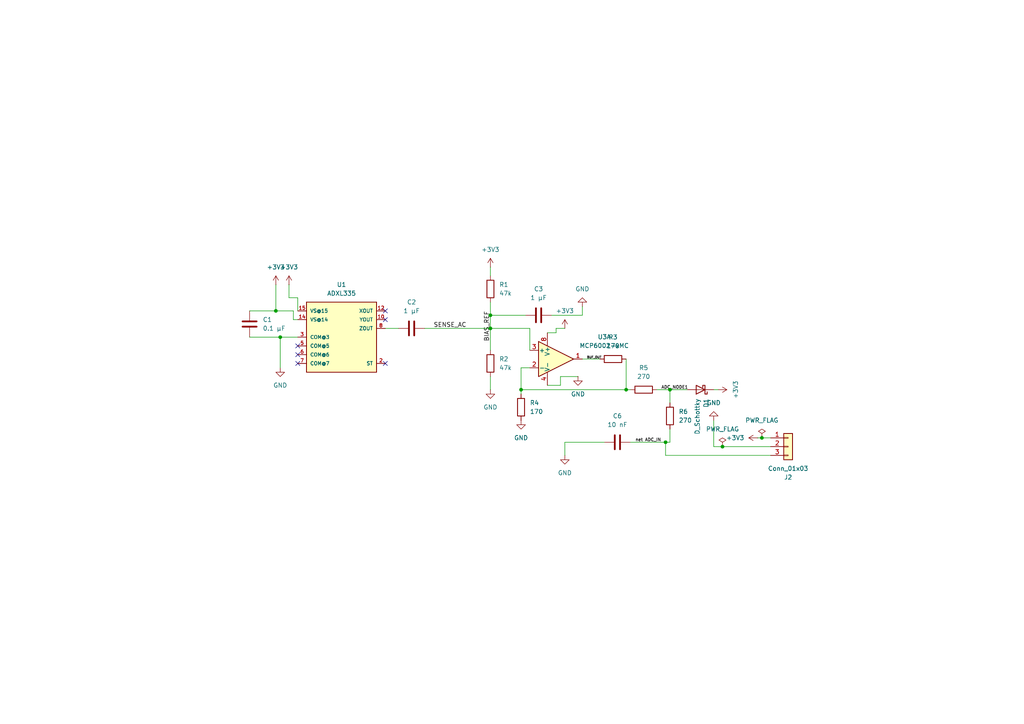
<source format=kicad_sch>
(kicad_sch
	(version 20250114)
	(generator "eeschema")
	(generator_version "9.0")
	(uuid "3e36efdc-839a-4841-84ae-164ecf8816d3")
	(paper "A4")
	(lib_symbols
		(symbol "ADXL335:ADXL335"
			(pin_names
				(offset 1.016)
			)
			(exclude_from_sim no)
			(in_bom yes)
			(on_board yes)
			(property "Reference" "U"
				(at -10.16 10.414 0)
				(effects
					(font
						(size 1.27 1.27)
					)
					(justify left bottom)
				)
			)
			(property "Value" "ADXL335"
				(at -10.16 -10.414 0)
				(effects
					(font
						(size 1.27 1.27)
					)
					(justify left top)
				)
			)
			(property "Footprint" "ADXL335:LFCSP-16-4X4"
				(at 0 0 0)
				(effects
					(font
						(size 1.27 1.27)
					)
					(justify bottom)
					(hide yes)
				)
			)
			(property "Datasheet" ""
				(at 0 0 0)
				(effects
					(font
						(size 1.27 1.27)
					)
					(hide yes)
				)
			)
			(property "Description" ""
				(at 0 0 0)
				(effects
					(font
						(size 1.27 1.27)
					)
					(hide yes)
				)
			)
			(property "MF" "Analog Devices"
				(at 0 0 0)
				(effects
					(font
						(size 1.27 1.27)
					)
					(justify bottom)
					(hide yes)
				)
			)
			(property "Description_1" "Accelerometers nalog Output Three-Axis Accel"
				(at 0 0 0)
				(effects
					(font
						(size 1.27 1.27)
					)
					(justify bottom)
					(hide yes)
				)
			)
			(property "Package" "None"
				(at 0 0 0)
				(effects
					(font
						(size 1.27 1.27)
					)
					(justify bottom)
					(hide yes)
				)
			)
			(property "Price" "None"
				(at 0 0 0)
				(effects
					(font
						(size 1.27 1.27)
					)
					(justify bottom)
					(hide yes)
				)
			)
			(property "SF_ID" "COM-09265"
				(at 0 0 0)
				(effects
					(font
						(size 1.27 1.27)
					)
					(justify bottom)
					(hide yes)
				)
			)
			(property "PROD_ID" "IC-08942"
				(at 0 0 0)
				(effects
					(font
						(size 1.27 1.27)
					)
					(justify bottom)
					(hide yes)
				)
			)
			(property "SnapEDA_Link" "https://www.snapeda.com/parts/ADXL335/Analog+Devices/view-part/?ref=snap"
				(at 0 0 0)
				(effects
					(font
						(size 1.27 1.27)
					)
					(justify bottom)
					(hide yes)
				)
			)
			(property "MP" "ADXL335"
				(at 0 0 0)
				(effects
					(font
						(size 1.27 1.27)
					)
					(justify bottom)
					(hide yes)
				)
			)
			(property "Availability" "In Stock"
				(at 0 0 0)
				(effects
					(font
						(size 1.27 1.27)
					)
					(justify bottom)
					(hide yes)
				)
			)
			(property "Check_prices" "https://www.snapeda.com/parts/ADXL335/Analog+Devices/view-part/?ref=eda"
				(at 0 0 0)
				(effects
					(font
						(size 1.27 1.27)
					)
					(justify bottom)
					(hide yes)
				)
			)
			(symbol "ADXL335_0_0"
				(rectangle
					(start -10.16 -10.16)
					(end 10.16 10.16)
					(stroke
						(width 0.254)
						(type default)
					)
					(fill
						(type background)
					)
				)
				(pin bidirectional line
					(at -12.7 7.62 0)
					(length 2.54)
					(name "VS@15"
						(effects
							(font
								(size 1.016 1.016)
							)
						)
					)
					(number "15"
						(effects
							(font
								(size 1.016 1.016)
							)
						)
					)
				)
				(pin bidirectional line
					(at -12.7 5.08 0)
					(length 2.54)
					(name "VS@14"
						(effects
							(font
								(size 1.016 1.016)
							)
						)
					)
					(number "14"
						(effects
							(font
								(size 1.016 1.016)
							)
						)
					)
				)
				(pin bidirectional line
					(at -12.7 0 0)
					(length 2.54)
					(name "COM@3"
						(effects
							(font
								(size 1.016 1.016)
							)
						)
					)
					(number "3"
						(effects
							(font
								(size 1.016 1.016)
							)
						)
					)
				)
				(pin bidirectional line
					(at -12.7 -2.54 0)
					(length 2.54)
					(name "COM@5"
						(effects
							(font
								(size 1.016 1.016)
							)
						)
					)
					(number "5"
						(effects
							(font
								(size 1.016 1.016)
							)
						)
					)
				)
				(pin bidirectional line
					(at -12.7 -5.08 0)
					(length 2.54)
					(name "COM@6"
						(effects
							(font
								(size 1.016 1.016)
							)
						)
					)
					(number "6"
						(effects
							(font
								(size 1.016 1.016)
							)
						)
					)
				)
				(pin bidirectional line
					(at -12.7 -7.62 0)
					(length 2.54)
					(name "COM@7"
						(effects
							(font
								(size 1.016 1.016)
							)
						)
					)
					(number "7"
						(effects
							(font
								(size 1.016 1.016)
							)
						)
					)
				)
				(pin bidirectional line
					(at 12.7 7.62 180)
					(length 2.54)
					(name "XOUT"
						(effects
							(font
								(size 1.016 1.016)
							)
						)
					)
					(number "12"
						(effects
							(font
								(size 1.016 1.016)
							)
						)
					)
				)
				(pin bidirectional line
					(at 12.7 5.08 180)
					(length 2.54)
					(name "YOUT"
						(effects
							(font
								(size 1.016 1.016)
							)
						)
					)
					(number "10"
						(effects
							(font
								(size 1.016 1.016)
							)
						)
					)
				)
				(pin bidirectional line
					(at 12.7 2.54 180)
					(length 2.54)
					(name "ZOUT"
						(effects
							(font
								(size 1.016 1.016)
							)
						)
					)
					(number "8"
						(effects
							(font
								(size 1.016 1.016)
							)
						)
					)
				)
				(pin bidirectional line
					(at 12.7 -7.62 180)
					(length 2.54)
					(name "ST"
						(effects
							(font
								(size 1.016 1.016)
							)
						)
					)
					(number "2"
						(effects
							(font
								(size 1.016 1.016)
							)
						)
					)
				)
			)
			(embedded_fonts no)
		)
		(symbol "Connector_Generic:Conn_01x03"
			(pin_names
				(offset 1.016)
				(hide yes)
			)
			(exclude_from_sim no)
			(in_bom yes)
			(on_board yes)
			(property "Reference" "J"
				(at 0 5.08 0)
				(effects
					(font
						(size 1.27 1.27)
					)
				)
			)
			(property "Value" "Conn_01x03"
				(at 0 -5.08 0)
				(effects
					(font
						(size 1.27 1.27)
					)
				)
			)
			(property "Footprint" ""
				(at 0 0 0)
				(effects
					(font
						(size 1.27 1.27)
					)
					(hide yes)
				)
			)
			(property "Datasheet" "~"
				(at 0 0 0)
				(effects
					(font
						(size 1.27 1.27)
					)
					(hide yes)
				)
			)
			(property "Description" "Generic connector, single row, 01x03, script generated (kicad-library-utils/schlib/autogen/connector/)"
				(at 0 0 0)
				(effects
					(font
						(size 1.27 1.27)
					)
					(hide yes)
				)
			)
			(property "ki_keywords" "connector"
				(at 0 0 0)
				(effects
					(font
						(size 1.27 1.27)
					)
					(hide yes)
				)
			)
			(property "ki_fp_filters" "Connector*:*_1x??_*"
				(at 0 0 0)
				(effects
					(font
						(size 1.27 1.27)
					)
					(hide yes)
				)
			)
			(symbol "Conn_01x03_1_1"
				(rectangle
					(start -1.27 3.81)
					(end 1.27 -3.81)
					(stroke
						(width 0.254)
						(type default)
					)
					(fill
						(type background)
					)
				)
				(rectangle
					(start -1.27 2.667)
					(end 0 2.413)
					(stroke
						(width 0.1524)
						(type default)
					)
					(fill
						(type none)
					)
				)
				(rectangle
					(start -1.27 0.127)
					(end 0 -0.127)
					(stroke
						(width 0.1524)
						(type default)
					)
					(fill
						(type none)
					)
				)
				(rectangle
					(start -1.27 -2.413)
					(end 0 -2.667)
					(stroke
						(width 0.1524)
						(type default)
					)
					(fill
						(type none)
					)
				)
				(pin passive line
					(at -5.08 2.54 0)
					(length 3.81)
					(name "Pin_1"
						(effects
							(font
								(size 1.27 1.27)
							)
						)
					)
					(number "1"
						(effects
							(font
								(size 1.27 1.27)
							)
						)
					)
				)
				(pin passive line
					(at -5.08 0 0)
					(length 3.81)
					(name "Pin_2"
						(effects
							(font
								(size 1.27 1.27)
							)
						)
					)
					(number "2"
						(effects
							(font
								(size 1.27 1.27)
							)
						)
					)
				)
				(pin passive line
					(at -5.08 -2.54 0)
					(length 3.81)
					(name "Pin_3"
						(effects
							(font
								(size 1.27 1.27)
							)
						)
					)
					(number "3"
						(effects
							(font
								(size 1.27 1.27)
							)
						)
					)
				)
			)
			(embedded_fonts no)
		)
		(symbol "Device:C"
			(pin_numbers
				(hide yes)
			)
			(pin_names
				(offset 0.254)
			)
			(exclude_from_sim no)
			(in_bom yes)
			(on_board yes)
			(property "Reference" "C"
				(at 0.635 2.54 0)
				(effects
					(font
						(size 1.27 1.27)
					)
					(justify left)
				)
			)
			(property "Value" "C"
				(at 0.635 -2.54 0)
				(effects
					(font
						(size 1.27 1.27)
					)
					(justify left)
				)
			)
			(property "Footprint" ""
				(at 0.9652 -3.81 0)
				(effects
					(font
						(size 1.27 1.27)
					)
					(hide yes)
				)
			)
			(property "Datasheet" "~"
				(at 0 0 0)
				(effects
					(font
						(size 1.27 1.27)
					)
					(hide yes)
				)
			)
			(property "Description" "Unpolarized capacitor"
				(at 0 0 0)
				(effects
					(font
						(size 1.27 1.27)
					)
					(hide yes)
				)
			)
			(property "ki_keywords" "cap capacitor"
				(at 0 0 0)
				(effects
					(font
						(size 1.27 1.27)
					)
					(hide yes)
				)
			)
			(property "ki_fp_filters" "C_*"
				(at 0 0 0)
				(effects
					(font
						(size 1.27 1.27)
					)
					(hide yes)
				)
			)
			(symbol "C_0_1"
				(polyline
					(pts
						(xy -2.032 0.762) (xy 2.032 0.762)
					)
					(stroke
						(width 0.508)
						(type default)
					)
					(fill
						(type none)
					)
				)
				(polyline
					(pts
						(xy -2.032 -0.762) (xy 2.032 -0.762)
					)
					(stroke
						(width 0.508)
						(type default)
					)
					(fill
						(type none)
					)
				)
			)
			(symbol "C_1_1"
				(pin passive line
					(at 0 3.81 270)
					(length 2.794)
					(name "~"
						(effects
							(font
								(size 1.27 1.27)
							)
						)
					)
					(number "1"
						(effects
							(font
								(size 1.27 1.27)
							)
						)
					)
				)
				(pin passive line
					(at 0 -3.81 90)
					(length 2.794)
					(name "~"
						(effects
							(font
								(size 1.27 1.27)
							)
						)
					)
					(number "2"
						(effects
							(font
								(size 1.27 1.27)
							)
						)
					)
				)
			)
			(embedded_fonts no)
		)
		(symbol "Device:D_Schottky"
			(pin_numbers
				(hide yes)
			)
			(pin_names
				(offset 1.016)
				(hide yes)
			)
			(exclude_from_sim no)
			(in_bom yes)
			(on_board yes)
			(property "Reference" "D"
				(at 0 2.54 0)
				(effects
					(font
						(size 1.27 1.27)
					)
				)
			)
			(property "Value" "D_Schottky"
				(at 0 -2.54 0)
				(effects
					(font
						(size 1.27 1.27)
					)
				)
			)
			(property "Footprint" ""
				(at 0 0 0)
				(effects
					(font
						(size 1.27 1.27)
					)
					(hide yes)
				)
			)
			(property "Datasheet" "~"
				(at 0 0 0)
				(effects
					(font
						(size 1.27 1.27)
					)
					(hide yes)
				)
			)
			(property "Description" "Schottky diode"
				(at 0 0 0)
				(effects
					(font
						(size 1.27 1.27)
					)
					(hide yes)
				)
			)
			(property "ki_keywords" "diode Schottky"
				(at 0 0 0)
				(effects
					(font
						(size 1.27 1.27)
					)
					(hide yes)
				)
			)
			(property "ki_fp_filters" "TO-???* *_Diode_* *SingleDiode* D_*"
				(at 0 0 0)
				(effects
					(font
						(size 1.27 1.27)
					)
					(hide yes)
				)
			)
			(symbol "D_Schottky_0_1"
				(polyline
					(pts
						(xy -1.905 0.635) (xy -1.905 1.27) (xy -1.27 1.27) (xy -1.27 -1.27) (xy -0.635 -1.27) (xy -0.635 -0.635)
					)
					(stroke
						(width 0.254)
						(type default)
					)
					(fill
						(type none)
					)
				)
				(polyline
					(pts
						(xy 1.27 1.27) (xy 1.27 -1.27) (xy -1.27 0) (xy 1.27 1.27)
					)
					(stroke
						(width 0.254)
						(type default)
					)
					(fill
						(type none)
					)
				)
				(polyline
					(pts
						(xy 1.27 0) (xy -1.27 0)
					)
					(stroke
						(width 0)
						(type default)
					)
					(fill
						(type none)
					)
				)
			)
			(symbol "D_Schottky_1_1"
				(pin passive line
					(at -3.81 0 0)
					(length 2.54)
					(name "K"
						(effects
							(font
								(size 1.27 1.27)
							)
						)
					)
					(number "1"
						(effects
							(font
								(size 1.27 1.27)
							)
						)
					)
				)
				(pin passive line
					(at 3.81 0 180)
					(length 2.54)
					(name "A"
						(effects
							(font
								(size 1.27 1.27)
							)
						)
					)
					(number "2"
						(effects
							(font
								(size 1.27 1.27)
							)
						)
					)
				)
			)
			(embedded_fonts no)
		)
		(symbol "Device:R"
			(pin_numbers
				(hide yes)
			)
			(pin_names
				(offset 0)
			)
			(exclude_from_sim no)
			(in_bom yes)
			(on_board yes)
			(property "Reference" "R"
				(at 2.032 0 90)
				(effects
					(font
						(size 1.27 1.27)
					)
				)
			)
			(property "Value" "R"
				(at 0 0 90)
				(effects
					(font
						(size 1.27 1.27)
					)
				)
			)
			(property "Footprint" ""
				(at -1.778 0 90)
				(effects
					(font
						(size 1.27 1.27)
					)
					(hide yes)
				)
			)
			(property "Datasheet" "~"
				(at 0 0 0)
				(effects
					(font
						(size 1.27 1.27)
					)
					(hide yes)
				)
			)
			(property "Description" "Resistor"
				(at 0 0 0)
				(effects
					(font
						(size 1.27 1.27)
					)
					(hide yes)
				)
			)
			(property "ki_keywords" "R res resistor"
				(at 0 0 0)
				(effects
					(font
						(size 1.27 1.27)
					)
					(hide yes)
				)
			)
			(property "ki_fp_filters" "R_*"
				(at 0 0 0)
				(effects
					(font
						(size 1.27 1.27)
					)
					(hide yes)
				)
			)
			(symbol "R_0_1"
				(rectangle
					(start -1.016 -2.54)
					(end 1.016 2.54)
					(stroke
						(width 0.254)
						(type default)
					)
					(fill
						(type none)
					)
				)
			)
			(symbol "R_1_1"
				(pin passive line
					(at 0 3.81 270)
					(length 1.27)
					(name "~"
						(effects
							(font
								(size 1.27 1.27)
							)
						)
					)
					(number "1"
						(effects
							(font
								(size 1.27 1.27)
							)
						)
					)
				)
				(pin passive line
					(at 0 -3.81 90)
					(length 1.27)
					(name "~"
						(effects
							(font
								(size 1.27 1.27)
							)
						)
					)
					(number "2"
						(effects
							(font
								(size 1.27 1.27)
							)
						)
					)
				)
			)
			(embedded_fonts no)
		)
		(symbol "New_Library:MCP6002-xMC"
			(pin_names
				(offset 0.127)
			)
			(exclude_from_sim no)
			(in_bom yes)
			(on_board yes)
			(property "Reference" "U"
				(at 0 5.08 0)
				(effects
					(font
						(size 1.27 1.27)
					)
					(justify left)
				)
			)
			(property "Value" "MCP6002-xMC"
				(at 0 -5.08 0)
				(effects
					(font
						(size 1.27 1.27)
					)
					(justify left)
				)
			)
			(property "Footprint" "Package_DFN_QFN:DFN-8-1EP_3x2mm_P0.5mm_EP1.75x1.45mm"
				(at 0 0 0)
				(effects
					(font
						(size 1.27 1.27)
					)
					(hide yes)
				)
			)
			(property "Datasheet" "http://ww1.microchip.com/downloads/en/DeviceDoc/21733j.pdf"
				(at 0 0 0)
				(effects
					(font
						(size 1.27 1.27)
					)
					(hide yes)
				)
			)
			(property "Description" "1MHz, Low-Power Op Amp, DFN-8"
				(at 0 0 0)
				(effects
					(font
						(size 1.27 1.27)
					)
					(hide yes)
				)
			)
			(property "ki_locked" ""
				(at 0 0 0)
				(effects
					(font
						(size 1.27 1.27)
					)
				)
			)
			(property "ki_keywords" "dual opamp"
				(at 0 0 0)
				(effects
					(font
						(size 1.27 1.27)
					)
					(hide yes)
				)
			)
			(property "ki_fp_filters" "DFN*1EP*3x2mm*P0.5mm*"
				(at 0 0 0)
				(effects
					(font
						(size 1.27 1.27)
					)
					(hide yes)
				)
			)
			(symbol "MCP6002-xMC_1_1"
				(polyline
					(pts
						(xy -5.08 5.08) (xy 5.08 0) (xy -5.08 -5.08) (xy -5.08 5.08)
					)
					(stroke
						(width 0.254)
						(type default)
					)
					(fill
						(type background)
					)
				)
				(pin input line
					(at -7.62 2.54 0)
					(length 2.54)
					(name "+"
						(effects
							(font
								(size 1.27 1.27)
							)
						)
					)
					(number "3"
						(effects
							(font
								(size 1.27 1.27)
							)
						)
					)
				)
				(pin input line
					(at -7.62 -2.54 0)
					(length 2.54)
					(name "-"
						(effects
							(font
								(size 1.27 1.27)
							)
						)
					)
					(number "2"
						(effects
							(font
								(size 1.27 1.27)
							)
						)
					)
				)
				(pin power_in line
					(at -2.54 7.62 270)
					(length 3.81)
					(name "V+"
						(effects
							(font
								(size 1.27 1.27)
							)
						)
					)
					(number "8"
						(effects
							(font
								(size 1.27 1.27)
							)
						)
					)
				)
				(pin power_in line
					(at -2.54 -7.62 90)
					(length 3.81)
					(name "V-"
						(effects
							(font
								(size 1.27 1.27)
							)
						)
					)
					(number "4"
						(effects
							(font
								(size 1.27 1.27)
							)
						)
					)
				)
				(pin passive line
					(at -2.54 -7.62 90)
					(length 3.81)
					(hide yes)
					(name "V-"
						(effects
							(font
								(size 1.27 1.27)
							)
						)
					)
					(number "9"
						(effects
							(font
								(size 1.27 1.27)
							)
						)
					)
				)
				(pin output line
					(at 7.62 0 180)
					(length 2.54)
					(name "~"
						(effects
							(font
								(size 1.27 1.27)
							)
						)
					)
					(number "1"
						(effects
							(font
								(size 1.27 1.27)
							)
						)
					)
				)
			)
			(symbol "MCP6002-xMC_2_1"
				(polyline
					(pts
						(xy -5.08 5.08) (xy 5.08 0) (xy -5.08 -5.08) (xy -5.08 5.08)
					)
					(stroke
						(width 0.254)
						(type default)
					)
					(fill
						(type background)
					)
				)
				(pin input line
					(at -7.62 2.54 0)
					(length 2.54)
					(name "+"
						(effects
							(font
								(size 1.27 1.27)
							)
						)
					)
					(number "5"
						(effects
							(font
								(size 1.27 1.27)
							)
						)
					)
				)
				(pin input line
					(at -7.62 -2.54 0)
					(length 2.54)
					(name "-"
						(effects
							(font
								(size 1.27 1.27)
							)
						)
					)
					(number "6"
						(effects
							(font
								(size 1.27 1.27)
							)
						)
					)
				)
				(pin output line
					(at 7.62 0 180)
					(length 2.54)
					(name "~"
						(effects
							(font
								(size 1.27 1.27)
							)
						)
					)
					(number "7"
						(effects
							(font
								(size 1.27 1.27)
							)
						)
					)
				)
			)
			(embedded_fonts no)
		)
		(symbol "power:+3V3"
			(power)
			(pin_numbers
				(hide yes)
			)
			(pin_names
				(offset 0)
				(hide yes)
			)
			(exclude_from_sim no)
			(in_bom yes)
			(on_board yes)
			(property "Reference" "#PWR"
				(at 0 -3.81 0)
				(effects
					(font
						(size 1.27 1.27)
					)
					(hide yes)
				)
			)
			(property "Value" "+3V3"
				(at 0 3.556 0)
				(effects
					(font
						(size 1.27 1.27)
					)
				)
			)
			(property "Footprint" ""
				(at 0 0 0)
				(effects
					(font
						(size 1.27 1.27)
					)
					(hide yes)
				)
			)
			(property "Datasheet" ""
				(at 0 0 0)
				(effects
					(font
						(size 1.27 1.27)
					)
					(hide yes)
				)
			)
			(property "Description" "Power symbol creates a global label with name \"+3V3\""
				(at 0 0 0)
				(effects
					(font
						(size 1.27 1.27)
					)
					(hide yes)
				)
			)
			(property "ki_keywords" "global power"
				(at 0 0 0)
				(effects
					(font
						(size 1.27 1.27)
					)
					(hide yes)
				)
			)
			(symbol "+3V3_0_1"
				(polyline
					(pts
						(xy -0.762 1.27) (xy 0 2.54)
					)
					(stroke
						(width 0)
						(type default)
					)
					(fill
						(type none)
					)
				)
				(polyline
					(pts
						(xy 0 2.54) (xy 0.762 1.27)
					)
					(stroke
						(width 0)
						(type default)
					)
					(fill
						(type none)
					)
				)
				(polyline
					(pts
						(xy 0 0) (xy 0 2.54)
					)
					(stroke
						(width 0)
						(type default)
					)
					(fill
						(type none)
					)
				)
			)
			(symbol "+3V3_1_1"
				(pin power_in line
					(at 0 0 90)
					(length 0)
					(name "~"
						(effects
							(font
								(size 1.27 1.27)
							)
						)
					)
					(number "1"
						(effects
							(font
								(size 1.27 1.27)
							)
						)
					)
				)
			)
			(embedded_fonts no)
		)
		(symbol "power:GND"
			(power)
			(pin_numbers
				(hide yes)
			)
			(pin_names
				(offset 0)
				(hide yes)
			)
			(exclude_from_sim no)
			(in_bom yes)
			(on_board yes)
			(property "Reference" "#PWR"
				(at 0 -6.35 0)
				(effects
					(font
						(size 1.27 1.27)
					)
					(hide yes)
				)
			)
			(property "Value" "GND"
				(at 0 -3.81 0)
				(effects
					(font
						(size 1.27 1.27)
					)
				)
			)
			(property "Footprint" ""
				(at 0 0 0)
				(effects
					(font
						(size 1.27 1.27)
					)
					(hide yes)
				)
			)
			(property "Datasheet" ""
				(at 0 0 0)
				(effects
					(font
						(size 1.27 1.27)
					)
					(hide yes)
				)
			)
			(property "Description" "Power symbol creates a global label with name \"GND\" , ground"
				(at 0 0 0)
				(effects
					(font
						(size 1.27 1.27)
					)
					(hide yes)
				)
			)
			(property "ki_keywords" "global power"
				(at 0 0 0)
				(effects
					(font
						(size 1.27 1.27)
					)
					(hide yes)
				)
			)
			(symbol "GND_0_1"
				(polyline
					(pts
						(xy 0 0) (xy 0 -1.27) (xy 1.27 -1.27) (xy 0 -2.54) (xy -1.27 -1.27) (xy 0 -1.27)
					)
					(stroke
						(width 0)
						(type default)
					)
					(fill
						(type none)
					)
				)
			)
			(symbol "GND_1_1"
				(pin power_in line
					(at 0 0 270)
					(length 0)
					(name "~"
						(effects
							(font
								(size 1.27 1.27)
							)
						)
					)
					(number "1"
						(effects
							(font
								(size 1.27 1.27)
							)
						)
					)
				)
			)
			(embedded_fonts no)
		)
		(symbol "power:PWR_FLAG"
			(power)
			(pin_numbers
				(hide yes)
			)
			(pin_names
				(offset 0)
				(hide yes)
			)
			(exclude_from_sim no)
			(in_bom yes)
			(on_board yes)
			(property "Reference" "#FLG"
				(at 0 1.905 0)
				(effects
					(font
						(size 1.27 1.27)
					)
					(hide yes)
				)
			)
			(property "Value" "PWR_FLAG"
				(at 0 3.81 0)
				(effects
					(font
						(size 1.27 1.27)
					)
				)
			)
			(property "Footprint" ""
				(at 0 0 0)
				(effects
					(font
						(size 1.27 1.27)
					)
					(hide yes)
				)
			)
			(property "Datasheet" "~"
				(at 0 0 0)
				(effects
					(font
						(size 1.27 1.27)
					)
					(hide yes)
				)
			)
			(property "Description" "Special symbol for telling ERC where power comes from"
				(at 0 0 0)
				(effects
					(font
						(size 1.27 1.27)
					)
					(hide yes)
				)
			)
			(property "ki_keywords" "flag power"
				(at 0 0 0)
				(effects
					(font
						(size 1.27 1.27)
					)
					(hide yes)
				)
			)
			(symbol "PWR_FLAG_0_0"
				(pin power_out line
					(at 0 0 90)
					(length 0)
					(name "~"
						(effects
							(font
								(size 1.27 1.27)
							)
						)
					)
					(number "1"
						(effects
							(font
								(size 1.27 1.27)
							)
						)
					)
				)
			)
			(symbol "PWR_FLAG_0_1"
				(polyline
					(pts
						(xy 0 0) (xy 0 1.27) (xy -1.016 1.905) (xy 0 2.54) (xy 1.016 1.905) (xy 0 1.27)
					)
					(stroke
						(width 0)
						(type default)
					)
					(fill
						(type none)
					)
				)
			)
			(embedded_fonts no)
		)
	)
	(junction
		(at 220.98 127)
		(diameter 0)
		(color 0 0 0 0)
		(uuid "024fba61-3434-485d-abaa-8e5c1b35c9bc")
	)
	(junction
		(at 151.13 113.03)
		(diameter 0)
		(color 0 0 0 0)
		(uuid "0d461765-373f-412e-b63b-bbb075d8fa66")
	)
	(junction
		(at 209.55 129.54)
		(diameter 0)
		(color 0 0 0 0)
		(uuid "0ede93df-4e50-410e-8efe-f59c1625855f")
	)
	(junction
		(at 142.24 91.44)
		(diameter 0)
		(color 0 0 0 0)
		(uuid "1e189edb-8b6f-4ad8-84be-6b8ac7d761f3")
	)
	(junction
		(at 194.31 113.03)
		(diameter 0)
		(color 0 0 0 0)
		(uuid "915fb466-9255-4c25-9819-ce814f8026fe")
	)
	(junction
		(at 80.01 90.17)
		(diameter 0)
		(color 0 0 0 0)
		(uuid "b2eed1f2-24f0-4a1d-8bff-7dc994711381")
	)
	(junction
		(at 193.04 128.27)
		(diameter 0)
		(color 0 0 0 0)
		(uuid "b735c33f-932d-4b92-a5be-ad0e61adf7a9")
	)
	(junction
		(at 142.24 95.25)
		(diameter 0)
		(color 0 0 0 0)
		(uuid "e02d189f-edde-4bca-a66b-530285919bdc")
	)
	(junction
		(at 81.28 97.79)
		(diameter 0)
		(color 0 0 0 0)
		(uuid "e9f103cf-038a-4837-b0c2-fdb2c22e4147")
	)
	(junction
		(at 181.61 113.03)
		(diameter 0)
		(color 0 0 0 0)
		(uuid "ea82611f-018b-4e64-be29-fceda9a6446b")
	)
	(no_connect
		(at 86.36 102.87)
		(uuid "2474eadb-c1e7-46fb-afb0-2eb16d48442e")
	)
	(no_connect
		(at 86.36 100.33)
		(uuid "aae8c242-f558-4744-8658-add879b447ab")
	)
	(no_connect
		(at 111.76 105.41)
		(uuid "c3823170-40b2-443b-983c-571262518c52")
	)
	(no_connect
		(at 111.76 90.17)
		(uuid "d07440b5-9288-4c5e-a460-bf83e9d310b6")
	)
	(no_connect
		(at 111.76 92.71)
		(uuid "d5ab27d0-c7d4-4ce7-a598-48cc40d6f5c2")
	)
	(no_connect
		(at 86.36 105.41)
		(uuid "e6cc1b28-d213-48c1-9011-cb02dc28ad37")
	)
	(wire
		(pts
			(xy 151.13 114.3) (xy 151.13 113.03)
		)
		(stroke
			(width 0)
			(type default)
		)
		(uuid "04e6cf69-ff27-476f-8c25-7fe81f7d07a4")
	)
	(wire
		(pts
			(xy 193.04 132.08) (xy 193.04 128.27)
		)
		(stroke
			(width 0)
			(type default)
		)
		(uuid "0857a0cd-cba9-430d-bac7-5f67b014254c")
	)
	(wire
		(pts
			(xy 151.13 106.68) (xy 151.13 113.03)
		)
		(stroke
			(width 0)
			(type default)
		)
		(uuid "13aa0004-ff02-4a22-870c-8a061d81be41")
	)
	(wire
		(pts
			(xy 207.01 129.54) (xy 209.55 129.54)
		)
		(stroke
			(width 0)
			(type default)
		)
		(uuid "1434ca3c-ef93-45a5-9abe-f2b5b31395e4")
	)
	(wire
		(pts
			(xy 72.39 90.17) (xy 80.01 90.17)
		)
		(stroke
			(width 0)
			(type default)
		)
		(uuid "14e21f07-2eb3-414e-b0fa-caa3ab17ba79")
	)
	(wire
		(pts
			(xy 151.13 106.68) (xy 153.67 106.68)
		)
		(stroke
			(width 0)
			(type default)
		)
		(uuid "19801a10-9e1a-4eb4-a18b-c757c33a0030")
	)
	(wire
		(pts
			(xy 86.36 86.36) (xy 83.82 86.36)
		)
		(stroke
			(width 0)
			(type default)
		)
		(uuid "266dba83-a2f6-4633-9dc9-211d73fbb0ee")
	)
	(wire
		(pts
			(xy 80.01 82.55) (xy 80.01 90.17)
		)
		(stroke
			(width 0)
			(type default)
		)
		(uuid "35675778-21ce-4bde-8cc6-cb94339160bf")
	)
	(wire
		(pts
			(xy 115.57 95.25) (xy 111.76 95.25)
		)
		(stroke
			(width 0)
			(type default)
		)
		(uuid "3c9cb690-7a40-40f0-bb8f-bb31fdb3a32e")
	)
	(wire
		(pts
			(xy 160.02 91.44) (xy 168.91 91.44)
		)
		(stroke
			(width 0)
			(type default)
		)
		(uuid "43729f09-7247-47e5-b061-35223a06d220")
	)
	(wire
		(pts
			(xy 162.56 109.22) (xy 167.64 109.22)
		)
		(stroke
			(width 0)
			(type default)
		)
		(uuid "43f1235c-0643-4aa6-ad4f-7ba78e9f390c")
	)
	(wire
		(pts
			(xy 161.29 95.25) (xy 161.29 96.52)
		)
		(stroke
			(width 0)
			(type default)
		)
		(uuid "4792d66f-a7aa-4625-8d34-6e1a974827f5")
	)
	(wire
		(pts
			(xy 161.29 96.52) (xy 158.75 96.52)
		)
		(stroke
			(width 0)
			(type default)
		)
		(uuid "4b25852d-a0a1-4523-a645-8b5959c5edae")
	)
	(wire
		(pts
			(xy 86.36 86.36) (xy 86.36 90.17)
		)
		(stroke
			(width 0)
			(type default)
		)
		(uuid "4c371a72-c4e8-43c4-9734-196ca055d1c0")
	)
	(wire
		(pts
			(xy 220.98 127) (xy 219.71 127)
		)
		(stroke
			(width 0)
			(type default)
		)
		(uuid "4d86dc23-de14-4257-a6ed-68ac66df50ac")
	)
	(wire
		(pts
			(xy 142.24 91.44) (xy 152.4 91.44)
		)
		(stroke
			(width 0)
			(type default)
		)
		(uuid "524a5632-e94b-4daa-a473-97d4a52747a6")
	)
	(wire
		(pts
			(xy 193.04 128.27) (xy 182.88 128.27)
		)
		(stroke
			(width 0)
			(type default)
		)
		(uuid "56cd8645-ada2-45a2-ae10-b97ae7968a02")
	)
	(wire
		(pts
			(xy 123.19 95.25) (xy 142.24 95.25)
		)
		(stroke
			(width 0)
			(type default)
		)
		(uuid "56db7eb8-f1ac-4f50-8aa9-d419d2d9060c")
	)
	(wire
		(pts
			(xy 163.83 132.08) (xy 163.83 128.27)
		)
		(stroke
			(width 0)
			(type default)
		)
		(uuid "57cee3ac-a8bf-4946-828b-fe8a4f50c935")
	)
	(wire
		(pts
			(xy 194.31 128.27) (xy 193.04 128.27)
		)
		(stroke
			(width 0)
			(type default)
		)
		(uuid "5e950b75-f980-4609-a21a-61d1be6396fe")
	)
	(wire
		(pts
			(xy 142.24 87.63) (xy 142.24 91.44)
		)
		(stroke
			(width 0)
			(type default)
		)
		(uuid "7067173e-5527-4ea7-81ca-da9a8ca342f7")
	)
	(wire
		(pts
			(xy 190.5 113.03) (xy 194.31 113.03)
		)
		(stroke
			(width 0)
			(type default)
		)
		(uuid "719e233b-946c-4a4d-aed1-efec28a107b5")
	)
	(wire
		(pts
			(xy 162.56 111.76) (xy 162.56 109.22)
		)
		(stroke
			(width 0)
			(type default)
		)
		(uuid "71df931a-ed46-4b8f-a47a-05b95a055f05")
	)
	(wire
		(pts
			(xy 168.91 91.44) (xy 168.91 88.9)
		)
		(stroke
			(width 0)
			(type default)
		)
		(uuid "727cc5ff-bdd8-401f-940d-f04d8cfdd804")
	)
	(wire
		(pts
			(xy 158.75 111.76) (xy 162.56 111.76)
		)
		(stroke
			(width 0)
			(type default)
		)
		(uuid "8153bb4e-0a7d-4009-8125-80eaca636db3")
	)
	(wire
		(pts
			(xy 209.55 129.54) (xy 223.52 129.54)
		)
		(stroke
			(width 0)
			(type default)
		)
		(uuid "83777d82-ab3f-489e-8a15-1e553caa17b5")
	)
	(wire
		(pts
			(xy 163.83 95.25) (xy 161.29 95.25)
		)
		(stroke
			(width 0)
			(type default)
		)
		(uuid "888c9b82-db27-4a2c-b3fa-df8069c26867")
	)
	(wire
		(pts
			(xy 81.28 97.79) (xy 86.36 97.79)
		)
		(stroke
			(width 0)
			(type default)
		)
		(uuid "8cae1f21-aa45-4cc9-b417-c399823b6b4a")
	)
	(wire
		(pts
			(xy 168.91 104.14) (xy 173.99 104.14)
		)
		(stroke
			(width 0)
			(type default)
		)
		(uuid "8d12aedb-399f-4b9c-b41b-67681280a7e6")
	)
	(wire
		(pts
			(xy 153.67 101.6) (xy 153.67 95.25)
		)
		(stroke
			(width 0)
			(type default)
		)
		(uuid "933ca97b-1266-4c07-ab09-6ae7a592c4b4")
	)
	(wire
		(pts
			(xy 208.28 113.03) (xy 207.01 113.03)
		)
		(stroke
			(width 0)
			(type default)
		)
		(uuid "9511a4a3-ca51-441d-844f-9643f6539b05")
	)
	(wire
		(pts
			(xy 142.24 91.44) (xy 142.24 95.25)
		)
		(stroke
			(width 0)
			(type default)
		)
		(uuid "973e0682-736b-4f81-9e5e-196dd7afd2a8")
	)
	(wire
		(pts
			(xy 181.61 113.03) (xy 182.88 113.03)
		)
		(stroke
			(width 0)
			(type default)
		)
		(uuid "9f34baaf-bf62-4da0-9444-c35cde0dca47")
	)
	(wire
		(pts
			(xy 163.83 128.27) (xy 175.26 128.27)
		)
		(stroke
			(width 0)
			(type default)
		)
		(uuid "a2d77db2-048a-4bcb-9738-962beb00fb9a")
	)
	(wire
		(pts
			(xy 83.82 86.36) (xy 83.82 82.55)
		)
		(stroke
			(width 0)
			(type default)
		)
		(uuid "a6a279f6-e130-428e-b473-70b3d9079461")
	)
	(wire
		(pts
			(xy 194.31 124.46) (xy 194.31 128.27)
		)
		(stroke
			(width 0)
			(type default)
		)
		(uuid "ab827a01-b0dc-407d-bb4f-d41df00ef65f")
	)
	(wire
		(pts
			(xy 142.24 80.01) (xy 142.24 77.47)
		)
		(stroke
			(width 0)
			(type default)
		)
		(uuid "b445d1a5-6ed3-4ff7-ba7e-96abec8569e5")
	)
	(wire
		(pts
			(xy 142.24 95.25) (xy 142.24 101.6)
		)
		(stroke
			(width 0)
			(type default)
		)
		(uuid "c17c5f35-6c3c-4bd6-b7f9-13f5f0d737ec")
	)
	(wire
		(pts
			(xy 85.09 92.71) (xy 86.36 92.71)
		)
		(stroke
			(width 0)
			(type default)
		)
		(uuid "c3962591-78c9-44d9-b079-58937a41be6e")
	)
	(wire
		(pts
			(xy 223.52 132.08) (xy 193.04 132.08)
		)
		(stroke
			(width 0)
			(type default)
		)
		(uuid "c7cf1a15-c84a-4c38-93eb-b7f1fb36ad70")
	)
	(wire
		(pts
			(xy 207.01 121.92) (xy 207.01 129.54)
		)
		(stroke
			(width 0)
			(type default)
		)
		(uuid "c8e4091b-03fa-4191-ab61-ec78d89f6355")
	)
	(wire
		(pts
			(xy 194.31 113.03) (xy 199.39 113.03)
		)
		(stroke
			(width 0)
			(type default)
		)
		(uuid "c9a8c7a7-967f-43a6-a79b-b70e000aa7e6")
	)
	(wire
		(pts
			(xy 151.13 113.03) (xy 181.61 113.03)
		)
		(stroke
			(width 0)
			(type default)
		)
		(uuid "d3bbbf1c-c871-4064-98f3-08ff2acbcc75")
	)
	(wire
		(pts
			(xy 153.67 95.25) (xy 142.24 95.25)
		)
		(stroke
			(width 0)
			(type default)
		)
		(uuid "d44bdd5b-2643-4376-9254-017f7f3f57bb")
	)
	(wire
		(pts
			(xy 81.28 106.68) (xy 81.28 97.79)
		)
		(stroke
			(width 0)
			(type default)
		)
		(uuid "d9b64779-4298-4e9e-b5d7-1b04f93083b7")
	)
	(wire
		(pts
			(xy 223.52 127) (xy 220.98 127)
		)
		(stroke
			(width 0)
			(type default)
		)
		(uuid "df9b54ee-fc71-4c92-8ed2-1fd4d9c2f86a")
	)
	(wire
		(pts
			(xy 181.61 104.14) (xy 181.61 113.03)
		)
		(stroke
			(width 0)
			(type default)
		)
		(uuid "e2004228-6664-44ea-8643-858212f6ae00")
	)
	(wire
		(pts
			(xy 142.24 109.22) (xy 142.24 113.03)
		)
		(stroke
			(width 0)
			(type default)
		)
		(uuid "ebe6fcd1-ae68-464c-a833-fcff23febfcd")
	)
	(wire
		(pts
			(xy 194.31 113.03) (xy 194.31 116.84)
		)
		(stroke
			(width 0)
			(type default)
		)
		(uuid "ee1bc557-22b5-4613-816e-2fb5cda6ca2b")
	)
	(wire
		(pts
			(xy 72.39 97.79) (xy 81.28 97.79)
		)
		(stroke
			(width 0)
			(type default)
		)
		(uuid "f5acc502-4421-479d-bccb-61ccb7fc7029")
	)
	(wire
		(pts
			(xy 80.01 90.17) (xy 85.09 90.17)
		)
		(stroke
			(width 0)
			(type default)
		)
		(uuid "f9eb9e00-a14a-4bc9-bba7-38b9f31c5914")
	)
	(wire
		(pts
			(xy 85.09 90.17) (xy 85.09 92.71)
		)
		(stroke
			(width 0)
			(type default)
		)
		(uuid "fb2a4208-3ffa-4ec3-9102-7d5aeb39dc96")
	)
	(label ""
		(at 142.24 111.76 0)
		(effects
			(font
				(size 1.27 1.27)
			)
			(justify left bottom)
		)
		(uuid "69f1bff8-9959-4f6f-83e8-82cd1895a415")
	)
	(label ""
		(at 156.21 109.22 0)
		(effects
			(font
				(size 0.635 0.635)
			)
			(justify left bottom)
		)
		(uuid "701c3290-0bc6-4e82-ae50-2b510b0cb2f3")
	)
	(label "BUF_OUT"
		(at 170.18 104.14 0)
		(effects
			(font
				(size 0.635 0.635)
			)
			(justify left bottom)
		)
		(uuid "806b84d4-8b84-4694-a03d-7a80af56fd20")
	)
	(label "SENSE_AC"
		(at 125.73 95.25 0)
		(effects
			(font
				(size 1.27 1.27)
			)
			(justify left bottom)
		)
		(uuid "81e31ba5-a3c1-4299-8adb-f9f63f34881c")
	)
	(label "BIAS_REF"
		(at 142.24 90.17 270)
		(effects
			(font
				(size 1.27 1.27)
			)
			(justify right bottom)
		)
		(uuid "8cda7ae9-f03f-4783-bf63-4fd7352a369e")
	)
	(label ""
		(at 353.06 -16.51 0)
		(fields_autoplaced yes)
		(effects
			(font
				(size 1.27 1.27)
			)
			(justify left bottom)
		)
		(uuid "be3edeb7-ea25-4294-b3f0-d9e5b258187a")
		(property "ACC_X" ""
			(at 353.06 -15.24 0)
			(effects
				(font
					(size 1.27 1.27)
					(italic yes)
				)
				(justify left)
			)
		)
	)
	(label "ADC_NODE1"
		(at 191.77 113.03 0)
		(effects
			(font
				(size 0.889 0.889)
			)
			(justify left bottom)
		)
		(uuid "c6912c01-ac88-44ef-8136-b53303c41af4")
	)
	(label "net ADC_IN"
		(at 191.77 128.27 180)
		(effects
			(font
				(size 0.889 0.889)
			)
			(justify right bottom)
		)
		(uuid "d444880d-ab0d-4226-bc33-1723938538cb")
	)
	(label ""
		(at 242.57 -20.32 0)
		(effects
			(font
				(size 1.27 1.27)
			)
			(justify left bottom)
		)
		(uuid "fec302cb-0025-42a5-a769-bcdbff3c3dca")
	)
	(symbol
		(lib_id "power:+3V3")
		(at 83.82 82.55 0)
		(unit 1)
		(exclude_from_sim no)
		(in_bom yes)
		(on_board yes)
		(dnp no)
		(fields_autoplaced yes)
		(uuid "096df8de-c7e4-46d5-89de-7d055d1bd9b4")
		(property "Reference" "#PWR04"
			(at 83.82 86.36 0)
			(effects
				(font
					(size 1.27 1.27)
				)
				(hide yes)
			)
		)
		(property "Value" "+3V3"
			(at 83.82 77.47 0)
			(effects
				(font
					(size 1.27 1.27)
				)
			)
		)
		(property "Footprint" ""
			(at 83.82 82.55 0)
			(effects
				(font
					(size 1.27 1.27)
				)
				(hide yes)
			)
		)
		(property "Datasheet" ""
			(at 83.82 82.55 0)
			(effects
				(font
					(size 1.27 1.27)
				)
				(hide yes)
			)
		)
		(property "Description" "Power symbol creates a global label with name \"+3V3\""
			(at 83.82 82.55 0)
			(effects
				(font
					(size 1.27 1.27)
				)
				(hide yes)
			)
		)
		(pin "1"
			(uuid "cb1c3cdc-6975-4d97-86a8-59d5ece86d4e")
		)
		(instances
			(project ""
				(path "/3e36efdc-839a-4841-84ae-164ecf8816d3"
					(reference "#PWR04")
					(unit 1)
				)
			)
		)
	)
	(symbol
		(lib_id "Connector_Generic:Conn_01x03")
		(at 228.6 129.54 0)
		(unit 1)
		(exclude_from_sim no)
		(in_bom yes)
		(on_board yes)
		(dnp no)
		(fields_autoplaced yes)
		(uuid "20c4a92e-ff3b-4cc5-8a6e-112e32caf164")
		(property "Reference" "J2"
			(at 228.6 138.43 0)
			(effects
				(font
					(size 1.27 1.27)
				)
			)
		)
		(property "Value" "Conn_01x03"
			(at 228.6 135.89 0)
			(effects
				(font
					(size 1.27 1.27)
				)
			)
		)
		(property "Footprint" "Connector_PinHeader_1.00mm:PinHeader_1x03_P1.00mm_Vertical_SMD_Pin1Left"
			(at 228.6 129.54 0)
			(effects
				(font
					(size 1.27 1.27)
				)
				(hide yes)
			)
		)
		(property "Datasheet" "~"
			(at 228.6 129.54 0)
			(effects
				(font
					(size 1.27 1.27)
				)
				(hide yes)
			)
		)
		(property "Description" "Generic connector, single row, 01x03, script generated (kicad-library-utils/schlib/autogen/connector/)"
			(at 228.6 129.54 0)
			(effects
				(font
					(size 1.27 1.27)
				)
				(hide yes)
			)
		)
		(pin "1"
			(uuid "243ce609-3197-40ed-9aa1-5367793ff101")
		)
		(pin "3"
			(uuid "f43e991e-30d2-4319-ab03-da14d79a5237")
		)
		(pin "2"
			(uuid "6f25780a-1c01-432f-abc4-d0977766bbd1")
		)
		(instances
			(project ""
				(path "/3e36efdc-839a-4841-84ae-164ecf8816d3"
					(reference "J2")
					(unit 1)
				)
			)
		)
	)
	(symbol
		(lib_id "power:+3V3")
		(at 219.71 127 90)
		(unit 1)
		(exclude_from_sim no)
		(in_bom yes)
		(on_board yes)
		(dnp no)
		(fields_autoplaced yes)
		(uuid "287e7195-58f6-426f-8348-9e32dbf8fddd")
		(property "Reference" "#PWR09"
			(at 223.52 127 0)
			(effects
				(font
					(size 1.27 1.27)
				)
				(hide yes)
			)
		)
		(property "Value" "+3V3"
			(at 215.9 127.0001 90)
			(effects
				(font
					(size 1.27 1.27)
				)
				(justify left)
			)
		)
		(property "Footprint" ""
			(at 219.71 127 0)
			(effects
				(font
					(size 1.27 1.27)
				)
				(hide yes)
			)
		)
		(property "Datasheet" ""
			(at 219.71 127 0)
			(effects
				(font
					(size 1.27 1.27)
				)
				(hide yes)
			)
		)
		(property "Description" "Power symbol creates a global label with name \"+3V3\""
			(at 219.71 127 0)
			(effects
				(font
					(size 1.27 1.27)
				)
				(hide yes)
			)
		)
		(pin "1"
			(uuid "7f0d3089-373d-4ea4-912a-cf8775e14f1f")
		)
		(instances
			(project ""
				(path "/3e36efdc-839a-4841-84ae-164ecf8816d3"
					(reference "#PWR09")
					(unit 1)
				)
			)
		)
	)
	(symbol
		(lib_id "Device:R")
		(at 186.69 113.03 90)
		(unit 1)
		(exclude_from_sim no)
		(in_bom yes)
		(on_board yes)
		(dnp no)
		(fields_autoplaced yes)
		(uuid "2ca288d6-ffaf-470c-b8b4-fd8bae1cfde3")
		(property "Reference" "R5"
			(at 186.69 106.68 90)
			(effects
				(font
					(size 1.27 1.27)
				)
			)
		)
		(property "Value" "270"
			(at 186.69 109.22 90)
			(effects
				(font
					(size 1.27 1.27)
				)
			)
		)
		(property "Footprint" "Resistor_SMD:R_0603_1608Metric"
			(at 186.69 114.808 90)
			(effects
				(font
					(size 1.27 1.27)
				)
				(hide yes)
			)
		)
		(property "Datasheet" "~"
			(at 186.69 113.03 0)
			(effects
				(font
					(size 1.27 1.27)
				)
				(hide yes)
			)
		)
		(property "Description" "Resistor"
			(at 186.69 113.03 0)
			(effects
				(font
					(size 1.27 1.27)
				)
				(hide yes)
			)
		)
		(pin "2"
			(uuid "8325758d-2179-463f-971b-afb375e1e74b")
		)
		(pin "1"
			(uuid "67f0e18f-f63d-4565-ba3c-893aa756e1a3")
		)
		(instances
			(project "circdes"
				(path "/3e36efdc-839a-4841-84ae-164ecf8816d3"
					(reference "R5")
					(unit 1)
				)
			)
		)
	)
	(symbol
		(lib_id "power:+3V3")
		(at 163.83 95.25 0)
		(unit 1)
		(exclude_from_sim no)
		(in_bom yes)
		(on_board yes)
		(dnp no)
		(fields_autoplaced yes)
		(uuid "35fe48d6-d2fe-4ad9-975b-36eb11529cb1")
		(property "Reference" "#PWR012"
			(at 163.83 99.06 0)
			(effects
				(font
					(size 1.27 1.27)
				)
				(hide yes)
			)
		)
		(property "Value" "+3V3"
			(at 163.83 90.17 0)
			(effects
				(font
					(size 1.27 1.27)
				)
			)
		)
		(property "Footprint" ""
			(at 163.83 95.25 0)
			(effects
				(font
					(size 1.27 1.27)
				)
				(hide yes)
			)
		)
		(property "Datasheet" ""
			(at 163.83 95.25 0)
			(effects
				(font
					(size 1.27 1.27)
				)
				(hide yes)
			)
		)
		(property "Description" "Power symbol creates a global label with name \"+3V3\""
			(at 163.83 95.25 0)
			(effects
				(font
					(size 1.27 1.27)
				)
				(hide yes)
			)
		)
		(pin "1"
			(uuid "74b7a2f5-4057-4277-81e1-0eeee8d04ace")
		)
		(instances
			(project "circdes"
				(path "/3e36efdc-839a-4841-84ae-164ecf8816d3"
					(reference "#PWR012")
					(unit 1)
				)
			)
		)
	)
	(symbol
		(lib_id "power:+3V3")
		(at 208.28 113.03 270)
		(unit 1)
		(exclude_from_sim no)
		(in_bom yes)
		(on_board yes)
		(dnp no)
		(fields_autoplaced yes)
		(uuid "39865d03-4e1c-445d-8722-3d2ba4c196b9")
		(property "Reference" "#PWR05"
			(at 204.47 113.03 0)
			(effects
				(font
					(size 1.27 1.27)
				)
				(hide yes)
			)
		)
		(property "Value" "+3V3"
			(at 213.36 113.03 0)
			(effects
				(font
					(size 1.27 1.27)
				)
			)
		)
		(property "Footprint" ""
			(at 208.28 113.03 0)
			(effects
				(font
					(size 1.27 1.27)
				)
				(hide yes)
			)
		)
		(property "Datasheet" ""
			(at 208.28 113.03 0)
			(effects
				(font
					(size 1.27 1.27)
				)
				(hide yes)
			)
		)
		(property "Description" "Power symbol creates a global label with name \"+3V3\""
			(at 208.28 113.03 0)
			(effects
				(font
					(size 1.27 1.27)
				)
				(hide yes)
			)
		)
		(pin "1"
			(uuid "beb093e9-3345-4ad6-8a9a-21f2fad2282a")
		)
		(instances
			(project "circdes"
				(path "/3e36efdc-839a-4841-84ae-164ecf8816d3"
					(reference "#PWR05")
					(unit 1)
				)
			)
		)
	)
	(symbol
		(lib_id "Device:C")
		(at 72.39 93.98 180)
		(unit 1)
		(exclude_from_sim no)
		(in_bom yes)
		(on_board yes)
		(dnp no)
		(fields_autoplaced yes)
		(uuid "44e3328e-d1c7-4980-8fe3-c09ea4eb61a6")
		(property "Reference" "C1"
			(at 76.2 92.7099 0)
			(effects
				(font
					(size 1.27 1.27)
				)
				(justify right)
			)
		)
		(property "Value" "0.1 µF"
			(at 76.2 95.2499 0)
			(effects
				(font
					(size 1.27 1.27)
				)
				(justify right)
			)
		)
		(property "Footprint" "Resistor_SMD:R_0603_1608Metric"
			(at 71.4248 90.17 0)
			(effects
				(font
					(size 1.27 1.27)
				)
				(hide yes)
			)
		)
		(property "Datasheet" "~"
			(at 72.39 93.98 0)
			(effects
				(font
					(size 1.27 1.27)
				)
				(hide yes)
			)
		)
		(property "Description" "Unpolarized capacitor"
			(at 72.39 93.98 0)
			(effects
				(font
					(size 1.27 1.27)
				)
				(hide yes)
			)
		)
		(pin "2"
			(uuid "91fcd6b0-8ea1-4d8a-8b33-7c000ae90765")
		)
		(pin "1"
			(uuid "906a2018-cae9-4a31-be12-52629e203e92")
		)
		(instances
			(project ""
				(path "/3e36efdc-839a-4841-84ae-164ecf8816d3"
					(reference "C1")
					(unit 1)
				)
			)
		)
	)
	(symbol
		(lib_id "power:GND")
		(at 81.28 106.68 0)
		(unit 1)
		(exclude_from_sim no)
		(in_bom yes)
		(on_board yes)
		(dnp no)
		(fields_autoplaced yes)
		(uuid "57bb92c0-4ffd-4ba5-bec3-13105533cf0c")
		(property "Reference" "#PWR06"
			(at 81.28 113.03 0)
			(effects
				(font
					(size 1.27 1.27)
				)
				(hide yes)
			)
		)
		(property "Value" "GND"
			(at 81.28 111.76 0)
			(effects
				(font
					(size 1.27 1.27)
				)
			)
		)
		(property "Footprint" ""
			(at 81.28 106.68 0)
			(effects
				(font
					(size 1.27 1.27)
				)
				(hide yes)
			)
		)
		(property "Datasheet" ""
			(at 81.28 106.68 0)
			(effects
				(font
					(size 1.27 1.27)
				)
				(hide yes)
			)
		)
		(property "Description" "Power symbol creates a global label with name \"GND\" , ground"
			(at 81.28 106.68 0)
			(effects
				(font
					(size 1.27 1.27)
				)
				(hide yes)
			)
		)
		(pin "1"
			(uuid "4f161fc7-2a00-46d7-a5a8-43cd1cc76b45")
		)
		(instances
			(project ""
				(path "/3e36efdc-839a-4841-84ae-164ecf8816d3"
					(reference "#PWR06")
					(unit 1)
				)
			)
		)
	)
	(symbol
		(lib_id "Device:R")
		(at 194.31 120.65 0)
		(unit 1)
		(exclude_from_sim no)
		(in_bom yes)
		(on_board yes)
		(dnp no)
		(fields_autoplaced yes)
		(uuid "5aa85c9a-2ec2-46ad-9245-3d205ed558db")
		(property "Reference" "R6"
			(at 196.85 119.3799 0)
			(effects
				(font
					(size 1.27 1.27)
				)
				(justify left)
			)
		)
		(property "Value" "270"
			(at 196.85 121.9199 0)
			(effects
				(font
					(size 1.27 1.27)
				)
				(justify left)
			)
		)
		(property "Footprint" "Resistor_SMD:R_0603_1608Metric"
			(at 192.532 120.65 90)
			(effects
				(font
					(size 1.27 1.27)
				)
				(hide yes)
			)
		)
		(property "Datasheet" "~"
			(at 194.31 120.65 0)
			(effects
				(font
					(size 1.27 1.27)
				)
				(hide yes)
			)
		)
		(property "Description" "Resistor"
			(at 194.31 120.65 0)
			(effects
				(font
					(size 1.27 1.27)
				)
				(hide yes)
			)
		)
		(pin "2"
			(uuid "735fdddc-3cc3-4edc-aacf-3282ec9f588b")
		)
		(pin "1"
			(uuid "e12f5fb3-15bc-4358-afde-83f7c1bd406b")
		)
		(instances
			(project "circdes"
				(path "/3e36efdc-839a-4841-84ae-164ecf8816d3"
					(reference "R6")
					(unit 1)
				)
			)
		)
	)
	(symbol
		(lib_id "Device:R")
		(at 142.24 105.41 0)
		(unit 1)
		(exclude_from_sim no)
		(in_bom yes)
		(on_board yes)
		(dnp no)
		(fields_autoplaced yes)
		(uuid "64e7b189-a90c-4644-a84a-2ecae2ea9a1e")
		(property "Reference" "R2"
			(at 144.78 104.1399 0)
			(effects
				(font
					(size 1.27 1.27)
				)
				(justify left)
			)
		)
		(property "Value" "47k"
			(at 144.78 106.6799 0)
			(effects
				(font
					(size 1.27 1.27)
				)
				(justify left)
			)
		)
		(property "Footprint" "Resistor_SMD:R_0603_1608Metric"
			(at 140.462 105.41 90)
			(effects
				(font
					(size 1.27 1.27)
				)
				(hide yes)
			)
		)
		(property "Datasheet" "~"
			(at 142.24 105.41 0)
			(effects
				(font
					(size 1.27 1.27)
				)
				(hide yes)
			)
		)
		(property "Description" "Resistor"
			(at 142.24 105.41 0)
			(effects
				(font
					(size 1.27 1.27)
				)
				(hide yes)
			)
		)
		(pin "2"
			(uuid "59b50ec8-66e1-4897-a95c-a56812934705")
		)
		(pin "1"
			(uuid "d4b17ad5-d548-4218-be9d-505eaa86d1d8")
		)
		(instances
			(project ""
				(path "/3e36efdc-839a-4841-84ae-164ecf8816d3"
					(reference "R2")
					(unit 1)
				)
			)
		)
	)
	(symbol
		(lib_id "power:PWR_FLAG")
		(at 220.98 127 0)
		(unit 1)
		(exclude_from_sim no)
		(in_bom yes)
		(on_board yes)
		(dnp no)
		(fields_autoplaced yes)
		(uuid "65a0069e-c9a4-408a-b1a4-e7462e4f1e30")
		(property "Reference" "#FLG02"
			(at 220.98 125.095 0)
			(effects
				(font
					(size 1.27 1.27)
				)
				(hide yes)
			)
		)
		(property "Value" "PWR_FLAG"
			(at 220.98 121.92 0)
			(effects
				(font
					(size 1.27 1.27)
				)
			)
		)
		(property "Footprint" ""
			(at 220.98 127 0)
			(effects
				(font
					(size 1.27 1.27)
				)
				(hide yes)
			)
		)
		(property "Datasheet" "~"
			(at 220.98 127 0)
			(effects
				(font
					(size 1.27 1.27)
				)
				(hide yes)
			)
		)
		(property "Description" "Special symbol for telling ERC where power comes from"
			(at 220.98 127 0)
			(effects
				(font
					(size 1.27 1.27)
				)
				(hide yes)
			)
		)
		(pin "1"
			(uuid "4c8a9752-b11c-41d7-b054-3321db777590")
		)
		(instances
			(project ""
				(path "/3e36efdc-839a-4841-84ae-164ecf8816d3"
					(reference "#FLG02")
					(unit 1)
				)
			)
		)
	)
	(symbol
		(lib_id "power:GND")
		(at 168.91 88.9 180)
		(unit 1)
		(exclude_from_sim no)
		(in_bom yes)
		(on_board yes)
		(dnp no)
		(fields_autoplaced yes)
		(uuid "672e6393-3954-43bf-9331-922fc3522d54")
		(property "Reference" "#PWR011"
			(at 168.91 82.55 0)
			(effects
				(font
					(size 1.27 1.27)
				)
				(hide yes)
			)
		)
		(property "Value" "GND"
			(at 168.91 83.82 0)
			(effects
				(font
					(size 1.27 1.27)
				)
			)
		)
		(property "Footprint" ""
			(at 168.91 88.9 0)
			(effects
				(font
					(size 1.27 1.27)
				)
				(hide yes)
			)
		)
		(property "Datasheet" ""
			(at 168.91 88.9 0)
			(effects
				(font
					(size 1.27 1.27)
				)
				(hide yes)
			)
		)
		(property "Description" "Power symbol creates a global label with name \"GND\" , ground"
			(at 168.91 88.9 0)
			(effects
				(font
					(size 1.27 1.27)
				)
				(hide yes)
			)
		)
		(pin "1"
			(uuid "2ca4ad95-1583-4c09-aa23-7b96ee930e19")
		)
		(instances
			(project ""
				(path "/3e36efdc-839a-4841-84ae-164ecf8816d3"
					(reference "#PWR011")
					(unit 1)
				)
			)
		)
	)
	(symbol
		(lib_id "Device:R")
		(at 151.13 118.11 0)
		(unit 1)
		(exclude_from_sim no)
		(in_bom yes)
		(on_board yes)
		(dnp no)
		(fields_autoplaced yes)
		(uuid "76993af6-1370-4eee-a3b6-2ea72f807b81")
		(property "Reference" "R4"
			(at 153.67 116.8399 0)
			(effects
				(font
					(size 1.27 1.27)
				)
				(justify left)
			)
		)
		(property "Value" "170"
			(at 153.67 119.3799 0)
			(effects
				(font
					(size 1.27 1.27)
				)
				(justify left)
			)
		)
		(property "Footprint" "Resistor_SMD:R_0603_1608Metric"
			(at 149.352 118.11 90)
			(effects
				(font
					(size 1.27 1.27)
				)
				(hide yes)
			)
		)
		(property "Datasheet" "~"
			(at 151.13 118.11 0)
			(effects
				(font
					(size 1.27 1.27)
				)
				(hide yes)
			)
		)
		(property "Description" "Resistor"
			(at 151.13 118.11 0)
			(effects
				(font
					(size 1.27 1.27)
				)
				(hide yes)
			)
		)
		(pin "1"
			(uuid "2a9529d2-bfb1-4855-a2f0-cd34684320cc")
		)
		(pin "2"
			(uuid "bc6efdd3-4f18-4efb-8f20-1c45fc77a165")
		)
		(instances
			(project "circdes"
				(path "/3e36efdc-839a-4841-84ae-164ecf8816d3"
					(reference "R4")
					(unit 1)
				)
			)
		)
	)
	(symbol
		(lib_id "power:GND")
		(at 207.01 121.92 180)
		(unit 1)
		(exclude_from_sim no)
		(in_bom yes)
		(on_board yes)
		(dnp no)
		(fields_autoplaced yes)
		(uuid "77d66087-16e3-4ded-8202-d34dabd87f4e")
		(property "Reference" "#PWR010"
			(at 207.01 115.57 0)
			(effects
				(font
					(size 1.27 1.27)
				)
				(hide yes)
			)
		)
		(property "Value" "GND"
			(at 207.01 116.84 0)
			(effects
				(font
					(size 1.27 1.27)
				)
			)
		)
		(property "Footprint" ""
			(at 207.01 121.92 0)
			(effects
				(font
					(size 1.27 1.27)
				)
				(hide yes)
			)
		)
		(property "Datasheet" ""
			(at 207.01 121.92 0)
			(effects
				(font
					(size 1.27 1.27)
				)
				(hide yes)
			)
		)
		(property "Description" "Power symbol creates a global label with name \"GND\" , ground"
			(at 207.01 121.92 0)
			(effects
				(font
					(size 1.27 1.27)
				)
				(hide yes)
			)
		)
		(pin "1"
			(uuid "f66f9aef-6b19-494f-8116-e4f1bd38262b")
		)
		(instances
			(project ""
				(path "/3e36efdc-839a-4841-84ae-164ecf8816d3"
					(reference "#PWR010")
					(unit 1)
				)
			)
		)
	)
	(symbol
		(lib_id "ADXL335:ADXL335")
		(at 99.06 97.79 0)
		(unit 1)
		(exclude_from_sim no)
		(in_bom yes)
		(on_board yes)
		(dnp no)
		(fields_autoplaced yes)
		(uuid "78a59628-ed5c-42a7-8ea1-7613be5641ca")
		(property "Reference" "U1"
			(at 99.06 82.55 0)
			(effects
				(font
					(size 1.27 1.27)
				)
			)
		)
		(property "Value" "ADXL335"
			(at 99.06 85.09 0)
			(effects
				(font
					(size 1.27 1.27)
				)
			)
		)
		(property "Footprint" "Package_DFN_QFN:QFN-16-1EP_4x4mm_P0.65mm_EP2.5x2.5mm"
			(at 99.06 97.79 0)
			(effects
				(font
					(size 1.27 1.27)
				)
				(justify bottom)
				(hide yes)
			)
		)
		(property "Datasheet" ""
			(at 99.06 97.79 0)
			(effects
				(font
					(size 1.27 1.27)
				)
				(hide yes)
			)
		)
		(property "Description" ""
			(at 99.06 97.79 0)
			(effects
				(font
					(size 1.27 1.27)
				)
				(hide yes)
			)
		)
		(property "MF" "Analog Devices"
			(at 99.06 97.79 0)
			(effects
				(font
					(size 1.27 1.27)
				)
				(justify bottom)
				(hide yes)
			)
		)
		(property "Description_1" "Accelerometers nalog Output Three-Axis Accel"
			(at 99.06 97.79 0)
			(effects
				(font
					(size 1.27 1.27)
				)
				(justify bottom)
				(hide yes)
			)
		)
		(property "Package" "None"
			(at 99.06 97.79 0)
			(effects
				(font
					(size 1.27 1.27)
				)
				(justify bottom)
				(hide yes)
			)
		)
		(property "Price" "None"
			(at 99.06 97.79 0)
			(effects
				(font
					(size 1.27 1.27)
				)
				(justify bottom)
				(hide yes)
			)
		)
		(property "SF_ID" "COM-09265"
			(at 99.06 97.79 0)
			(effects
				(font
					(size 1.27 1.27)
				)
				(justify bottom)
				(hide yes)
			)
		)
		(property "PROD_ID" "IC-08942"
			(at 99.06 97.79 0)
			(effects
				(font
					(size 1.27 1.27)
				)
				(justify bottom)
				(hide yes)
			)
		)
		(property "SnapEDA_Link" "https://www.snapeda.com/parts/ADXL335/Analog+Devices/view-part/?ref=snap"
			(at 99.06 97.79 0)
			(effects
				(font
					(size 1.27 1.27)
				)
				(justify bottom)
				(hide yes)
			)
		)
		(property "MP" "ADXL335"
			(at 99.06 97.79 0)
			(effects
				(font
					(size 1.27 1.27)
				)
				(justify bottom)
				(hide yes)
			)
		)
		(property "Availability" "In Stock"
			(at 99.06 97.79 0)
			(effects
				(font
					(size 1.27 1.27)
				)
				(justify bottom)
				(hide yes)
			)
		)
		(property "Check_prices" "https://www.snapeda.com/parts/ADXL335/Analog+Devices/view-part/?ref=eda"
			(at 99.06 97.79 0)
			(effects
				(font
					(size 1.27 1.27)
				)
				(justify bottom)
				(hide yes)
			)
		)
		(pin "8"
			(uuid "08cd77cd-3abc-432d-b21e-3f654233af8b")
		)
		(pin "12"
			(uuid "885c598f-d392-45f9-b203-29e423ca9da7")
		)
		(pin "15"
			(uuid "f531dcff-5011-4e66-b664-9bddac88a68d")
		)
		(pin "3"
			(uuid "b89e612e-81a3-4727-91cf-6336a2ce0259")
		)
		(pin "5"
			(uuid "5ef3d961-33b3-444a-bfaa-e398e67f7315")
		)
		(pin "10"
			(uuid "1049eb51-0bdc-4f6b-89ea-5b8304294d31")
		)
		(pin "6"
			(uuid "deaf2ee5-0a81-4bb5-8b2c-e22b1bad32b3")
		)
		(pin "2"
			(uuid "577f7c50-6168-416b-8df7-0520d6eb6391")
		)
		(pin "14"
			(uuid "cc94e435-6b8b-4c67-92c5-ef7c5e898e0f")
		)
		(pin "7"
			(uuid "75100925-ca7a-4f80-afdb-7bc35aa061b3")
		)
		(instances
			(project ""
				(path "/3e36efdc-839a-4841-84ae-164ecf8816d3"
					(reference "U1")
					(unit 1)
				)
			)
		)
	)
	(symbol
		(lib_id "Device:C")
		(at 179.07 128.27 90)
		(unit 1)
		(exclude_from_sim no)
		(in_bom yes)
		(on_board yes)
		(dnp no)
		(fields_autoplaced yes)
		(uuid "82299401-a3eb-4b0d-b1fb-64439c2c9fb1")
		(property "Reference" "C6"
			(at 179.07 120.65 90)
			(effects
				(font
					(size 1.27 1.27)
				)
			)
		)
		(property "Value" "10 nF"
			(at 179.07 123.19 90)
			(effects
				(font
					(size 1.27 1.27)
				)
			)
		)
		(property "Footprint" "Capacitor_SMD:C_0603_1608Metric"
			(at 182.88 127.3048 0)
			(effects
				(font
					(size 1.27 1.27)
				)
				(hide yes)
			)
		)
		(property "Datasheet" "~"
			(at 179.07 128.27 0)
			(effects
				(font
					(size 1.27 1.27)
				)
				(hide yes)
			)
		)
		(property "Description" "Unpolarized capacitor"
			(at 179.07 128.27 0)
			(effects
				(font
					(size 1.27 1.27)
				)
				(hide yes)
			)
		)
		(pin "2"
			(uuid "b08211be-accf-4131-9def-d1fbfa153eb1")
		)
		(pin "1"
			(uuid "4e90e9a7-fb3d-4cac-8d6d-1cf4a214a314")
		)
		(instances
			(project "circdes"
				(path "/3e36efdc-839a-4841-84ae-164ecf8816d3"
					(reference "C6")
					(unit 1)
				)
			)
		)
	)
	(symbol
		(lib_id "power:GND")
		(at 167.64 109.22 0)
		(unit 1)
		(exclude_from_sim no)
		(in_bom yes)
		(on_board yes)
		(dnp no)
		(fields_autoplaced yes)
		(uuid "8c3fd285-dad2-48d6-ac38-8fc186fe92ab")
		(property "Reference" "#PWR013"
			(at 167.64 115.57 0)
			(effects
				(font
					(size 1.27 1.27)
				)
				(hide yes)
			)
		)
		(property "Value" "GND"
			(at 167.64 114.3 0)
			(effects
				(font
					(size 1.27 1.27)
				)
			)
		)
		(property "Footprint" ""
			(at 167.64 109.22 0)
			(effects
				(font
					(size 1.27 1.27)
				)
				(hide yes)
			)
		)
		(property "Datasheet" ""
			(at 167.64 109.22 0)
			(effects
				(font
					(size 1.27 1.27)
				)
				(hide yes)
			)
		)
		(property "Description" "Power symbol creates a global label with name \"GND\" , ground"
			(at 167.64 109.22 0)
			(effects
				(font
					(size 1.27 1.27)
				)
				(hide yes)
			)
		)
		(pin "1"
			(uuid "295cc391-a220-4188-8e9c-479d65334738")
		)
		(instances
			(project "circdes"
				(path "/3e36efdc-839a-4841-84ae-164ecf8816d3"
					(reference "#PWR013")
					(unit 1)
				)
			)
		)
	)
	(symbol
		(lib_id "Device:D_Schottky")
		(at 203.2 113.03 180)
		(unit 1)
		(exclude_from_sim no)
		(in_bom yes)
		(on_board yes)
		(dnp no)
		(fields_autoplaced yes)
		(uuid "aa223096-6db9-412e-bd66-3304cd7d7002")
		(property "Reference" "D1"
			(at 204.7876 115.57 90)
			(effects
				(font
					(size 1.27 1.27)
				)
				(justify left)
			)
		)
		(property "Value" "D_Schottky"
			(at 202.2476 115.57 90)
			(effects
				(font
					(size 1.27 1.27)
				)
				(justify left)
			)
		)
		(property "Footprint" "Diode_SMD:D_0603_1608Metric"
			(at 203.2 113.03 0)
			(effects
				(font
					(size 1.27 1.27)
				)
				(hide yes)
			)
		)
		(property "Datasheet" "~"
			(at 203.2 113.03 0)
			(effects
				(font
					(size 1.27 1.27)
				)
				(hide yes)
			)
		)
		(property "Description" "Schottky diode"
			(at 203.2 113.03 0)
			(effects
				(font
					(size 1.27 1.27)
				)
				(hide yes)
			)
		)
		(pin "1"
			(uuid "5bd76781-a252-4734-a18d-4f741b3021e5")
		)
		(pin "2"
			(uuid "dbac50f4-80a9-4ad9-9417-101c6e932d27")
		)
		(instances
			(project ""
				(path "/3e36efdc-839a-4841-84ae-164ecf8816d3"
					(reference "D1")
					(unit 1)
				)
			)
		)
	)
	(symbol
		(lib_id "power:GND")
		(at 142.24 113.03 0)
		(unit 1)
		(exclude_from_sim no)
		(in_bom yes)
		(on_board yes)
		(dnp no)
		(fields_autoplaced yes)
		(uuid "b7bfdf26-75bc-4747-8cad-fdf0ab4ef13f")
		(property "Reference" "#PWR03"
			(at 142.24 119.38 0)
			(effects
				(font
					(size 1.27 1.27)
				)
				(hide yes)
			)
		)
		(property "Value" "GND"
			(at 142.24 118.11 0)
			(effects
				(font
					(size 1.27 1.27)
				)
			)
		)
		(property "Footprint" ""
			(at 142.24 113.03 0)
			(effects
				(font
					(size 1.27 1.27)
				)
				(hide yes)
			)
		)
		(property "Datasheet" ""
			(at 142.24 113.03 0)
			(effects
				(font
					(size 1.27 1.27)
				)
				(hide yes)
			)
		)
		(property "Description" "Power symbol creates a global label with name \"GND\" , ground"
			(at 142.24 113.03 0)
			(effects
				(font
					(size 1.27 1.27)
				)
				(hide yes)
			)
		)
		(pin "1"
			(uuid "9987e854-0781-49c3-b4b2-34f884124fb6")
		)
		(instances
			(project "circdes"
				(path "/3e36efdc-839a-4841-84ae-164ecf8816d3"
					(reference "#PWR03")
					(unit 1)
				)
			)
		)
	)
	(symbol
		(lib_id "power:+3V3")
		(at 142.24 77.47 0)
		(unit 1)
		(exclude_from_sim no)
		(in_bom yes)
		(on_board yes)
		(dnp no)
		(fields_autoplaced yes)
		(uuid "baec52c9-e1be-4775-a95a-367c712edbe4")
		(property "Reference" "#PWR02"
			(at 142.24 81.28 0)
			(effects
				(font
					(size 1.27 1.27)
				)
				(hide yes)
			)
		)
		(property "Value" "+3V3"
			(at 142.24 72.39 0)
			(effects
				(font
					(size 1.27 1.27)
				)
			)
		)
		(property "Footprint" ""
			(at 142.24 77.47 0)
			(effects
				(font
					(size 1.27 1.27)
				)
				(hide yes)
			)
		)
		(property "Datasheet" ""
			(at 142.24 77.47 0)
			(effects
				(font
					(size 1.27 1.27)
				)
				(hide yes)
			)
		)
		(property "Description" "Power symbol creates a global label with name \"+3V3\""
			(at 142.24 77.47 0)
			(effects
				(font
					(size 1.27 1.27)
				)
				(hide yes)
			)
		)
		(pin "1"
			(uuid "da4e6186-95e4-4b63-a94c-0804bcbdaf1f")
		)
		(instances
			(project "circdes"
				(path "/3e36efdc-839a-4841-84ae-164ecf8816d3"
					(reference "#PWR02")
					(unit 1)
				)
			)
		)
	)
	(symbol
		(lib_id "power:GND")
		(at 151.13 121.92 0)
		(unit 1)
		(exclude_from_sim no)
		(in_bom yes)
		(on_board yes)
		(dnp no)
		(fields_autoplaced yes)
		(uuid "c5be277f-ed6c-433f-a35b-663c9ae4a6ff")
		(property "Reference" "#PWR07"
			(at 151.13 128.27 0)
			(effects
				(font
					(size 1.27 1.27)
				)
				(hide yes)
			)
		)
		(property "Value" "GND"
			(at 151.13 127 0)
			(effects
				(font
					(size 1.27 1.27)
				)
			)
		)
		(property "Footprint" ""
			(at 151.13 121.92 0)
			(effects
				(font
					(size 1.27 1.27)
				)
				(hide yes)
			)
		)
		(property "Datasheet" ""
			(at 151.13 121.92 0)
			(effects
				(font
					(size 1.27 1.27)
				)
				(hide yes)
			)
		)
		(property "Description" "Power symbol creates a global label with name \"GND\" , ground"
			(at 151.13 121.92 0)
			(effects
				(font
					(size 1.27 1.27)
				)
				(hide yes)
			)
		)
		(pin "1"
			(uuid "4f16d7ed-8692-411b-a6f3-6d8d4bc38574")
		)
		(instances
			(project ""
				(path "/3e36efdc-839a-4841-84ae-164ecf8816d3"
					(reference "#PWR07")
					(unit 1)
				)
			)
		)
	)
	(symbol
		(lib_id "Device:C")
		(at 156.21 91.44 90)
		(unit 1)
		(exclude_from_sim no)
		(in_bom yes)
		(on_board yes)
		(dnp no)
		(fields_autoplaced yes)
		(uuid "c79084f0-9687-45c4-9db4-8995de79aadc")
		(property "Reference" "C3"
			(at 156.21 83.82 90)
			(effects
				(font
					(size 1.27 1.27)
				)
			)
		)
		(property "Value" "1 µF"
			(at 156.21 86.36 90)
			(effects
				(font
					(size 1.27 1.27)
				)
			)
		)
		(property "Footprint" "Capacitor_SMD:C_0603_1608Metric"
			(at 160.02 90.4748 0)
			(effects
				(font
					(size 1.27 1.27)
				)
				(hide yes)
			)
		)
		(property "Datasheet" "~"
			(at 156.21 91.44 0)
			(effects
				(font
					(size 1.27 1.27)
				)
				(hide yes)
			)
		)
		(property "Description" "Unpolarized capacitor"
			(at 156.21 91.44 0)
			(effects
				(font
					(size 1.27 1.27)
				)
				(hide yes)
			)
		)
		(pin "2"
			(uuid "2fdd8717-d9c4-4b4c-b473-0827a95f9100")
		)
		(pin "1"
			(uuid "028fbcad-ddb0-4593-a516-913689410870")
		)
		(instances
			(project "circdes"
				(path "/3e36efdc-839a-4841-84ae-164ecf8816d3"
					(reference "C3")
					(unit 1)
				)
			)
		)
	)
	(symbol
		(lib_id "Device:R")
		(at 177.8 104.14 90)
		(unit 1)
		(exclude_from_sim no)
		(in_bom yes)
		(on_board yes)
		(dnp no)
		(fields_autoplaced yes)
		(uuid "cd306365-5dcd-4a2d-b7ff-6c8298f0ae9e")
		(property "Reference" "R3"
			(at 177.8 97.79 90)
			(effects
				(font
					(size 1.27 1.27)
				)
			)
		)
		(property "Value" "170"
			(at 177.8 100.33 90)
			(effects
				(font
					(size 1.27 1.27)
				)
			)
		)
		(property "Footprint" "Resistor_SMD:R_0603_1608Metric"
			(at 177.8 105.918 90)
			(effects
				(font
					(size 1.27 1.27)
				)
				(hide yes)
			)
		)
		(property "Datasheet" "~"
			(at 177.8 104.14 0)
			(effects
				(font
					(size 1.27 1.27)
				)
				(hide yes)
			)
		)
		(property "Description" "Resistor"
			(at 177.8 104.14 0)
			(effects
				(font
					(size 1.27 1.27)
				)
				(hide yes)
			)
		)
		(pin "1"
			(uuid "08f59c6c-3f2a-4758-a5be-5b32503283a0")
		)
		(pin "2"
			(uuid "fd729c58-8205-4081-804c-ded92c5f280b")
		)
		(instances
			(project "circdes"
				(path "/3e36efdc-839a-4841-84ae-164ecf8816d3"
					(reference "R3")
					(unit 1)
				)
			)
		)
	)
	(symbol
		(lib_id "power:+3V3")
		(at 80.01 82.55 0)
		(unit 1)
		(exclude_from_sim no)
		(in_bom yes)
		(on_board yes)
		(dnp no)
		(fields_autoplaced yes)
		(uuid "da987928-4ae8-474e-bfb2-2cdc567c9789")
		(property "Reference" "#PWR01"
			(at 80.01 86.36 0)
			(effects
				(font
					(size 1.27 1.27)
				)
				(hide yes)
			)
		)
		(property "Value" "+3V3"
			(at 80.01 77.47 0)
			(effects
				(font
					(size 1.27 1.27)
				)
			)
		)
		(property "Footprint" ""
			(at 80.01 82.55 0)
			(effects
				(font
					(size 1.27 1.27)
				)
				(hide yes)
			)
		)
		(property "Datasheet" ""
			(at 80.01 82.55 0)
			(effects
				(font
					(size 1.27 1.27)
				)
				(hide yes)
			)
		)
		(property "Description" "Power symbol creates a global label with name \"+3V3\""
			(at 80.01 82.55 0)
			(effects
				(font
					(size 1.27 1.27)
				)
				(hide yes)
			)
		)
		(pin "1"
			(uuid "dc8d26fa-e568-4f01-9940-bbc51762a083")
		)
		(instances
			(project "circdes"
				(path "/3e36efdc-839a-4841-84ae-164ecf8816d3"
					(reference "#PWR01")
					(unit 1)
				)
			)
		)
	)
	(symbol
		(lib_id "power:GND")
		(at 163.83 132.08 0)
		(unit 1)
		(exclude_from_sim no)
		(in_bom yes)
		(on_board yes)
		(dnp no)
		(fields_autoplaced yes)
		(uuid "dea2139e-2afb-4ec6-93c4-083e7add8b0c")
		(property "Reference" "#PWR08"
			(at 163.83 138.43 0)
			(effects
				(font
					(size 1.27 1.27)
				)
				(hide yes)
			)
		)
		(property "Value" "GND"
			(at 163.83 137.16 0)
			(effects
				(font
					(size 1.27 1.27)
				)
			)
		)
		(property "Footprint" ""
			(at 163.83 132.08 0)
			(effects
				(font
					(size 1.27 1.27)
				)
				(hide yes)
			)
		)
		(property "Datasheet" ""
			(at 163.83 132.08 0)
			(effects
				(font
					(size 1.27 1.27)
				)
				(hide yes)
			)
		)
		(property "Description" "Power symbol creates a global label with name \"GND\" , ground"
			(at 163.83 132.08 0)
			(effects
				(font
					(size 1.27 1.27)
				)
				(hide yes)
			)
		)
		(pin "1"
			(uuid "45e2a92b-ba06-4f62-aec6-651816ec1813")
		)
		(instances
			(project ""
				(path "/3e36efdc-839a-4841-84ae-164ecf8816d3"
					(reference "#PWR08")
					(unit 1)
				)
			)
		)
	)
	(symbol
		(lib_id "Device:R")
		(at 142.24 83.82 0)
		(unit 1)
		(exclude_from_sim no)
		(in_bom yes)
		(on_board yes)
		(dnp no)
		(fields_autoplaced yes)
		(uuid "e70af539-40b3-4f34-a4e1-f42a9ceda6d9")
		(property "Reference" "R1"
			(at 144.78 82.5499 0)
			(effects
				(font
					(size 1.27 1.27)
				)
				(justify left)
			)
		)
		(property "Value" "47k"
			(at 144.78 85.0899 0)
			(effects
				(font
					(size 1.27 1.27)
				)
				(justify left)
			)
		)
		(property "Footprint" "Resistor_SMD:R_0603_1608Metric"
			(at 140.462 83.82 90)
			(effects
				(font
					(size 1.27 1.27)
				)
				(hide yes)
			)
		)
		(property "Datasheet" "~"
			(at 142.24 83.82 0)
			(effects
				(font
					(size 1.27 1.27)
				)
				(hide yes)
			)
		)
		(property "Description" "Resistor"
			(at 142.24 83.82 0)
			(effects
				(font
					(size 1.27 1.27)
				)
				(hide yes)
			)
		)
		(pin "2"
			(uuid "25bd3814-a6e1-412f-8fed-c1534f6c37bf")
		)
		(pin "1"
			(uuid "064fee22-c5e9-40c1-8b40-458fa728af0f")
		)
		(instances
			(project "circdes"
				(path "/3e36efdc-839a-4841-84ae-164ecf8816d3"
					(reference "R1")
					(unit 1)
				)
			)
		)
	)
	(symbol
		(lib_id "New_Library:MCP6002-xMC")
		(at 161.29 104.14 0)
		(unit 1)
		(exclude_from_sim no)
		(in_bom yes)
		(on_board yes)
		(dnp no)
		(fields_autoplaced yes)
		(uuid "f9b07fab-31a3-4c4b-823e-edce7e069ce0")
		(property "Reference" "U3"
			(at 175.26 97.7198 0)
			(effects
				(font
					(size 1.27 1.27)
				)
			)
		)
		(property "Value" "MCP6002-xMC"
			(at 175.26 100.2598 0)
			(effects
				(font
					(size 1.27 1.27)
				)
			)
		)
		(property "Footprint" "Package_DFN_QFN:DFN-8-1EP_3x2mm_P0.5mm_EP1.75x1.45mm"
			(at 161.29 104.14 0)
			(effects
				(font
					(size 1.27 1.27)
				)
				(hide yes)
			)
		)
		(property "Datasheet" "http://ww1.microchip.com/downloads/en/DeviceDoc/21733j.pdf"
			(at 161.29 104.14 0)
			(effects
				(font
					(size 1.27 1.27)
				)
				(hide yes)
			)
		)
		(property "Description" "1MHz, Low-Power Op Amp, DFN-8"
			(at 161.29 104.14 0)
			(effects
				(font
					(size 1.27 1.27)
				)
				(hide yes)
			)
		)
		(pin "2"
			(uuid "7bbd4c25-1e69-4155-8f31-296646b8b5ce")
		)
		(pin "9"
			(uuid "e3e71b53-b336-4531-b922-c41b0ffdd08b")
		)
		(pin "3"
			(uuid "d866bccc-1f6a-4585-90ab-733b6c7eccf5")
		)
		(pin "8"
			(uuid "11b4d382-f31e-4e0a-98a8-37de8ee38a20")
		)
		(pin "4"
			(uuid "efbd64f3-e398-4ba1-b3fe-5433837e15d8")
		)
		(pin "5"
			(uuid "c983280d-8d92-413f-9578-70ab3637e493")
		)
		(pin "1"
			(uuid "83a35440-1b2d-405b-9dbe-9c3994d14acb")
		)
		(pin "7"
			(uuid "270f30d0-9d25-46d1-893a-cf853285d17d")
		)
		(pin "6"
			(uuid "15d9c1b5-f0ba-4128-83e1-c018d02e792b")
		)
		(instances
			(project ""
				(path "/3e36efdc-839a-4841-84ae-164ecf8816d3"
					(reference "U3")
					(unit 1)
				)
			)
		)
	)
	(symbol
		(lib_id "Device:C")
		(at 119.38 95.25 90)
		(unit 1)
		(exclude_from_sim no)
		(in_bom yes)
		(on_board yes)
		(dnp no)
		(fields_autoplaced yes)
		(uuid "f9e83147-401e-4530-bf5b-58b3b2e3429f")
		(property "Reference" "C2"
			(at 119.38 87.63 90)
			(effects
				(font
					(size 1.27 1.27)
				)
			)
		)
		(property "Value" "1 µF"
			(at 119.38 90.17 90)
			(effects
				(font
					(size 1.27 1.27)
				)
			)
		)
		(property "Footprint" "Capacitor_SMD:C_0603_1608Metric"
			(at 123.19 94.2848 0)
			(effects
				(font
					(size 1.27 1.27)
				)
				(hide yes)
			)
		)
		(property "Datasheet" "~"
			(at 119.38 95.25 0)
			(effects
				(font
					(size 1.27 1.27)
				)
				(hide yes)
			)
		)
		(property "Description" "Unpolarized capacitor"
			(at 119.38 95.25 0)
			(effects
				(font
					(size 1.27 1.27)
				)
				(hide yes)
			)
		)
		(pin "2"
			(uuid "6f7d1f1a-a85b-4c2f-bce6-1072ce2a7584")
		)
		(pin "1"
			(uuid "d6389cdc-ac61-403b-8cf3-c3fecd8ce258")
		)
		(instances
			(project "circdes"
				(path "/3e36efdc-839a-4841-84ae-164ecf8816d3"
					(reference "C2")
					(unit 1)
				)
			)
		)
	)
	(symbol
		(lib_id "power:PWR_FLAG")
		(at 209.55 129.54 0)
		(unit 1)
		(exclude_from_sim no)
		(in_bom yes)
		(on_board yes)
		(dnp no)
		(fields_autoplaced yes)
		(uuid "fee58d65-5cd0-40ca-ae46-ef0026a2d80f")
		(property "Reference" "#FLG01"
			(at 209.55 127.635 0)
			(effects
				(font
					(size 1.27 1.27)
				)
				(hide yes)
			)
		)
		(property "Value" "PWR_FLAG"
			(at 209.55 124.46 0)
			(effects
				(font
					(size 1.27 1.27)
				)
			)
		)
		(property "Footprint" ""
			(at 209.55 129.54 0)
			(effects
				(font
					(size 1.27 1.27)
				)
				(hide yes)
			)
		)
		(property "Datasheet" "~"
			(at 209.55 129.54 0)
			(effects
				(font
					(size 1.27 1.27)
				)
				(hide yes)
			)
		)
		(property "Description" "Special symbol for telling ERC where power comes from"
			(at 209.55 129.54 0)
			(effects
				(font
					(size 1.27 1.27)
				)
				(hide yes)
			)
		)
		(pin "1"
			(uuid "5a8d8145-ac74-425f-8717-9564878fe415")
		)
		(instances
			(project ""
				(path "/3e36efdc-839a-4841-84ae-164ecf8816d3"
					(reference "#FLG01")
					(unit 1)
				)
			)
		)
	)
	(sheet_instances
		(path "/"
			(page "1")
		)
	)
	(embedded_fonts no)
)

</source>
